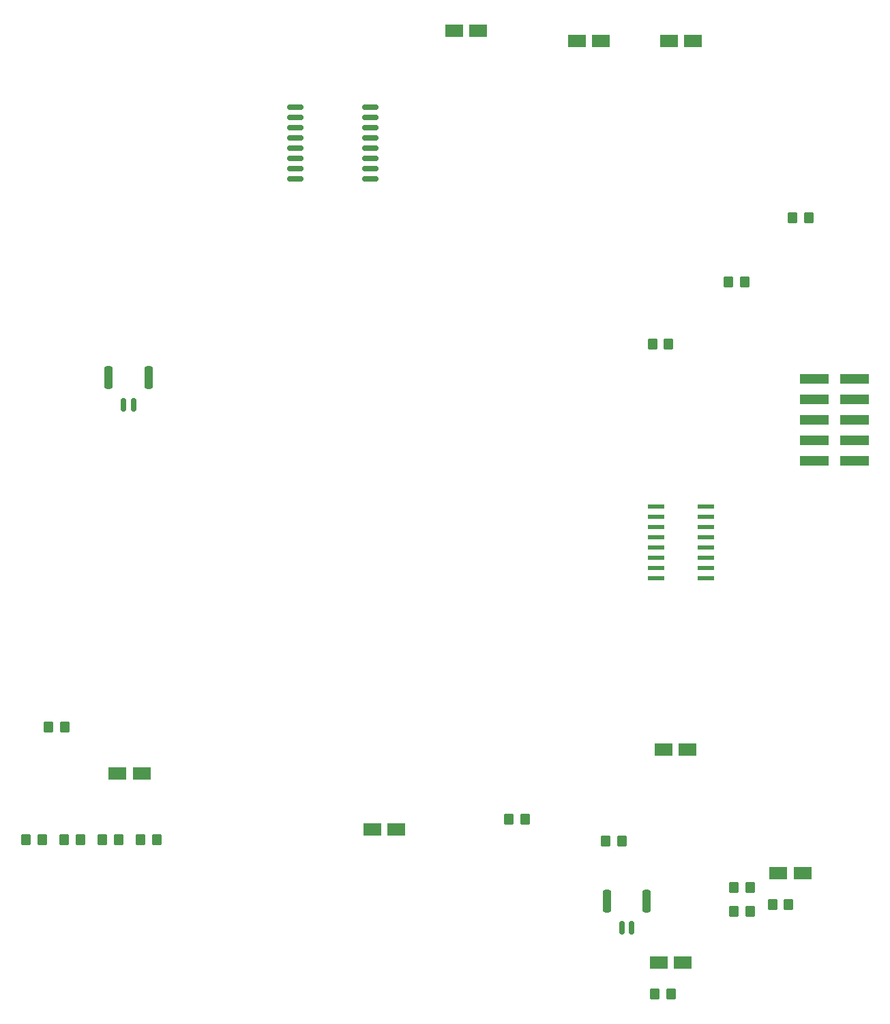
<source format=gbr>
%TF.GenerationSoftware,KiCad,Pcbnew,(6.0.7-1)-1*%
%TF.CreationDate,2022-10-11T17:33:30-05:00*%
%TF.ProjectId,PCB 2,50434220-322e-46b6-9963-61645f706362,rev?*%
%TF.SameCoordinates,Original*%
%TF.FileFunction,Paste,Top*%
%TF.FilePolarity,Positive*%
%FSLAX46Y46*%
G04 Gerber Fmt 4.6, Leading zero omitted, Abs format (unit mm)*
G04 Created by KiCad (PCBNEW (6.0.7-1)-1) date 2022-10-11 17:33:30*
%MOMM*%
%LPD*%
G01*
G04 APERTURE LIST*
G04 Aperture macros list*
%AMRoundRect*
0 Rectangle with rounded corners*
0 $1 Rounding radius*
0 $2 $3 $4 $5 $6 $7 $8 $9 X,Y pos of 4 corners*
0 Add a 4 corners polygon primitive as box body*
4,1,4,$2,$3,$4,$5,$6,$7,$8,$9,$2,$3,0*
0 Add four circle primitives for the rounded corners*
1,1,$1+$1,$2,$3*
1,1,$1+$1,$4,$5*
1,1,$1+$1,$6,$7*
1,1,$1+$1,$8,$9*
0 Add four rect primitives between the rounded corners*
20,1,$1+$1,$2,$3,$4,$5,0*
20,1,$1+$1,$4,$5,$6,$7,0*
20,1,$1+$1,$6,$7,$8,$9,0*
20,1,$1+$1,$8,$9,$2,$3,0*%
G04 Aperture macros list end*
%ADD10RoundRect,0.150000X-0.875000X-0.150000X0.875000X-0.150000X0.875000X0.150000X-0.875000X0.150000X0*%
%ADD11R,2.000000X0.500000*%
%ADD12RoundRect,0.250000X-0.350000X-0.450000X0.350000X-0.450000X0.350000X0.450000X-0.350000X0.450000X0*%
%ADD13R,3.680000X1.270000*%
%ADD14RoundRect,0.250000X-0.250000X-1.150000X0.250000X-1.150000X0.250000X1.150000X-0.250000X1.150000X0*%
%ADD15RoundRect,0.150000X-0.150000X-0.700000X0.150000X-0.700000X0.150000X0.700000X-0.150000X0.700000X0*%
%ADD16R,2.200000X1.600000*%
G04 APERTURE END LIST*
D10*
%TO.C,U3*%
X98620000Y-42535000D03*
X98620000Y-43805000D03*
X98620000Y-45075000D03*
X98620000Y-46345000D03*
X98620000Y-47615000D03*
X98620000Y-48885000D03*
X98620000Y-50155000D03*
X98620000Y-51425000D03*
X89320000Y-51425000D03*
X89320000Y-50155000D03*
X89320000Y-48885000D03*
X89320000Y-47615000D03*
X89320000Y-46345000D03*
X89320000Y-45075000D03*
X89320000Y-43805000D03*
X89320000Y-42535000D03*
%TD*%
D11*
%TO.C,U2*%
X140260000Y-97155000D03*
X140260000Y-95885000D03*
X140260000Y-98425000D03*
X140260000Y-99695000D03*
X140260000Y-100965000D03*
X140260000Y-94615000D03*
X140260000Y-93345000D03*
X140260000Y-92075000D03*
X134060000Y-97155000D03*
X134060000Y-95885000D03*
X134060000Y-98425000D03*
X134060000Y-99695000D03*
X134060000Y-100965000D03*
X134060000Y-94615000D03*
X134060000Y-93345000D03*
X134060000Y-92075000D03*
%TD*%
D12*
%TO.C,R100*%
X57870000Y-133350000D03*
X55870000Y-133350000D03*
%TD*%
%TO.C,R21*%
X60690000Y-119380000D03*
X58690000Y-119380000D03*
%TD*%
%TO.C,R20*%
X67370000Y-133350000D03*
X65370000Y-133350000D03*
%TD*%
%TO.C,R17*%
X150530000Y-141400000D03*
X148530000Y-141400000D03*
%TD*%
%TO.C,R16*%
X145070000Y-64152000D03*
X143070000Y-64152000D03*
%TD*%
%TO.C,R15*%
X135640000Y-71872000D03*
X133640000Y-71872000D03*
%TD*%
%TO.C,R14*%
X145780000Y-142240000D03*
X143780000Y-142240000D03*
%TD*%
%TO.C,R13*%
X62620000Y-133350000D03*
X60620000Y-133350000D03*
%TD*%
%TO.C,R12*%
X72120000Y-133350000D03*
X70120000Y-133350000D03*
%TD*%
%TO.C,R11*%
X129820000Y-133550000D03*
X127820000Y-133550000D03*
%TD*%
%TO.C,R10*%
X153020000Y-56202000D03*
X151020000Y-56202000D03*
%TD*%
%TO.C,R9*%
X145780000Y-139290000D03*
X143780000Y-139290000D03*
%TD*%
%TO.C,R8*%
X117840000Y-130810000D03*
X115840000Y-130810000D03*
%TD*%
%TO.C,R7*%
X135910000Y-152490000D03*
X133910000Y-152490000D03*
%TD*%
D13*
%TO.C,J1000*%
X153735000Y-76200000D03*
X158685000Y-76200000D03*
X153735000Y-78740000D03*
X158685000Y-78740000D03*
X153735000Y-81280000D03*
X158685000Y-81280000D03*
X153735000Y-83820000D03*
X158685000Y-83820000D03*
X153735000Y-86360000D03*
X158685000Y-86360000D03*
%TD*%
D14*
%TO.C,J16*%
X127975000Y-140940000D03*
X132925000Y-140940000D03*
D15*
X131075000Y-144290000D03*
X129825000Y-144290000D03*
%TD*%
D14*
%TO.C,J15*%
X66105000Y-76070000D03*
X71055000Y-76070000D03*
D15*
X69205000Y-79420000D03*
X67955000Y-79420000D03*
%TD*%
D16*
%TO.C,C100*%
X127230000Y-34290000D03*
X124230000Y-34290000D03*
%TD*%
%TO.C,C17*%
X111990000Y-33020000D03*
X108990000Y-33020000D03*
%TD*%
%TO.C,C11*%
X137410000Y-148590000D03*
X134410000Y-148590000D03*
%TD*%
%TO.C,C10*%
X138010000Y-122200000D03*
X135010000Y-122200000D03*
%TD*%
%TO.C,C9*%
X101830000Y-132080000D03*
X98830000Y-132080000D03*
%TD*%
%TO.C,C7*%
X70220000Y-125160000D03*
X67220000Y-125160000D03*
%TD*%
%TO.C,C1*%
X138660000Y-34290000D03*
X135660000Y-34290000D03*
%TD*%
%TO.C,C0*%
X152260000Y-137500000D03*
X149260000Y-137500000D03*
%TD*%
M02*

</source>
